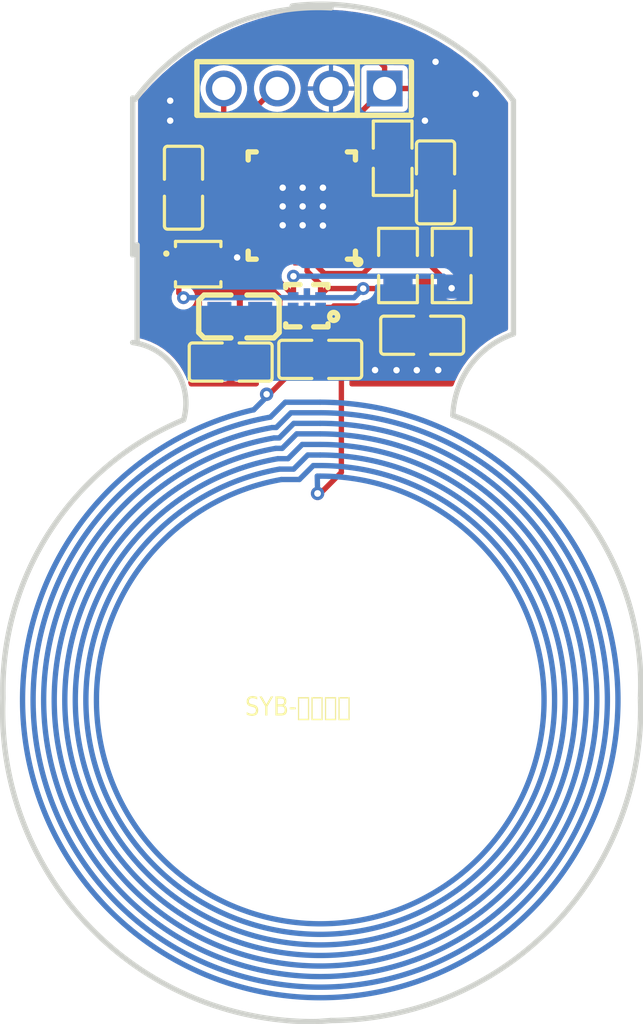
<source format=kicad_pcb>
(kicad_pcb (version 20241229) (generator "pcbnew") (generator_version "9.0")
  (layers (0 "F.Cu" signal "Top Layer") (2 "B.Cu" signal "Bottom Layer") (13 "F.Paste" user "Top Paste Mask Layer") (15 "B.Paste" user "Bottom Paste Mask Layer") (5 "F.SilkS" user "Top Silkscreen Layer") (7 "B.SilkS" user "Bottom Silkscreen Layer") (1 "F.Mask" user "Top Solder Mask Layer") (3 "B.Mask" user "Bottom Solder Mask Layer") (25 "Edge.Cuts" user "Multi-Layer"))
  (net 0 "")
  (net 1 "3V3")
  (net 2 "GND")
  (net 3 "$1N694")
  (net 4 "SWDIO")
  (net 5 "SWCLK")
  (net 6 "SDA")
  (net 7 "SCL")
  (net 8 "$1N2079")
  (net 9 "$1N2101")
  (net 10 "$1N2525")
  (footprint "ProPrj_FPC-NFC无源传感0.5_2025-11-22:UFQFPN-32_L5.0-W5.0-P0.50-BL-EP" (layer "F.Cu") (at 151.7985 87.8615 90)
    (property "Reference" "U5" (hide yes))
    (property "Value" "")
    (fp_line (start 2.54 -2.54) (end 2.54 -2.1595) (stroke (width 0.254)) (layer "F.SilkS"))
    (fp_line (start 2.1595 -2.54) (end 2.54 -2.54) (stroke (width 0.254)) (layer "F.SilkS"))
    (fp_line (start -2.54 -2.54) (end -2.1595 -2.54) (stroke (width 0.254)) (layer "F.SilkS"))
    (fp_line (start -2.54 -2.1595) (end -2.54 -2.54) (stroke (width 0.254)) (layer "F.SilkS"))
    (fp_line (start 2.54 2.159) (end 2.54 2.54) (stroke (width 0.254)) (layer "F.SilkS"))
    (fp_line (start 2.54 2.54) (end 2.1595 2.54) (stroke (width 0.254)) (layer "F.SilkS"))
    (fp_line (start -2.159 2.54) (end -2.54 2.54) (stroke (width 0.254)) (layer "F.SilkS"))
    (fp_line (start -2.54 2.54) (end -2.54 2.1595) (stroke (width 0.254)) (layer "F.SilkS"))
    (fp_circle (center -2.667 2.667) (end -2.54 2.667) (stroke (width 0.254)) (fill no) (layer "F.SilkS"))
    (pad "1" smd rect (at -1.75 2.54 180) (size 0.6 0.3) (layers "F.Cu" "F.Mask" "F.Paste") (net 1 "3V3"))
    (pad "2" smd rect (at -1.25 2.54 180) (size 0.6 0.3) (layers "F.Cu" "F.Mask" "F.Paste"))
    (pad "3" smd rect (at -0.75 2.54 180) (size 0.6 0.3) (layers "F.Cu" "F.Mask" "F.Paste"))
    (pad "4" smd rect (at -0.25 2.54 180) (size 0.6 0.3) (layers "F.Cu" "F.Mask" "F.Paste"))
    (pad "5" smd rect (at 0.25 2.54 180) (size 0.6 0.3) (layers "F.Cu" "F.Mask" "F.Paste") (net 1 "3V3"))
    (pad "6" smd rect (at 0.75 2.54 180) (size 0.6 0.3) (layers "F.Cu" "F.Mask" "F.Paste"))
    (pad "7" smd rect (at 1.25 2.54 180) (size 0.6 0.3) (layers "F.Cu" "F.Mask" "F.Paste"))
    (pad "8" smd rect (at 1.75 2.54 180) (size 0.6 0.3) (layers "F.Cu" "F.Mask" "F.Paste"))
    (pad "9" smd rect (at 2.54 1.75 270) (size 0.6 0.3) (layers "F.Cu" "F.Mask" "F.Paste"))
    (pad "10" smd rect (at 2.54 1.25 270) (size 0.6 0.3) (layers "F.Cu" "F.Mask" "F.Paste"))
    (pad "11" smd rect (at 2.54 0.75 270) (size 0.6 0.3) (layers "F.Cu" "F.Mask" "F.Paste"))
    (pad "12" smd rect (at 2.54 0.25 270) (size 0.6 0.3) (layers "F.Cu" "F.Mask" "F.Paste"))
    (pad "13" smd rect (at 2.54 -0.25 270) (size 0.6 0.3) (layers "F.Cu" "F.Mask" "F.Paste"))
    (pad "14" smd rect (at 2.54 -0.75 270) (size 0.6 0.3) (layers "F.Cu" "F.Mask" "F.Paste"))
    (pad "15" smd rect (at 2.54 -1.25 270) (size 0.6 0.3) (layers "F.Cu" "F.Mask" "F.Paste"))
    (pad "16" smd rect (at 2.54 -1.75 270) (size 0.6 0.3) (layers "F.Cu" "F.Mask" "F.Paste"))
    (pad "17" smd rect (at 1.75 -2.54) (size 0.6 0.3) (layers "F.Cu" "F.Mask" "F.Paste") (net 1 "3V3"))
    (pad "18" smd rect (at 1.25 -2.54) (size 0.6 0.3) (layers "F.Cu" "F.Mask" "F.Paste"))
    (pad "19" smd rect (at 0.75 -2.54) (size 0.6 0.3) (layers "F.Cu" "F.Mask" "F.Paste"))
    (pad "20" smd rect (at 0.25 -2.54) (size 0.6 0.3) (layers "F.Cu" "F.Mask" "F.Paste"))
    (pad "21" smd rect (at -0.25 -2.54) (size 0.6 0.3) (layers "F.Cu" "F.Mask" "F.Paste"))
    (pad "22" smd rect (at -0.75 -2.54) (size 0.6 0.3) (layers "F.Cu" "F.Mask" "F.Paste"))
    (pad "23" smd rect (at -1.25 -2.54) (size 0.6 0.3) (layers "F.Cu" "F.Mask" "F.Paste") (net 4 "SWDIO"))
    (pad "24" smd rect (at -1.75 -2.54) (size 0.6 0.3) (layers "F.Cu" "F.Mask" "F.Paste") (net 5 "SWCLK"))
    (pad "25" smd rect (at -2.54 -1.75 90) (size 0.6 0.3) (layers "F.Cu" "F.Mask" "F.Paste"))
    (pad "26" smd rect (at -2.54 -1.25 90) (size 0.6 0.3) (layers "F.Cu" "F.Mask" "F.Paste"))
    (pad "27" smd rect (at -2.54 -0.75 90) (size 0.6 0.3) (layers "F.Cu" "F.Mask" "F.Paste"))
    (pad "28" smd rect (at -2.54 -0.25 90) (size 0.6 0.3) (layers "F.Cu" "F.Mask" "F.Paste"))
    (pad "29" smd rect (at -2.54 0.25 90) (size 0.6 0.3) (layers "F.Cu" "F.Mask" "F.Paste") (net 7 "SCL"))
    (pad "30" smd rect (at -2.54 0.75 90) (size 0.6 0.3) (layers "F.Cu" "F.Mask" "F.Paste") (net 6 "SDA"))
    (pad "31" smd rect (at -2.54 1.25 90) (size 0.6 0.3) (layers "F.Cu" "F.Mask" "F.Paste") (net 10 "$1N2525"))
    (pad "32" smd rect (at -2.54 1.75 90) (size 0.6 0.3) (layers "F.Cu" "F.Mask" "F.Paste"))
    (pad "33" smd rect (at 0 0 90) (size 3.45 3.45) (layers "F.Cu" "F.Mask" "F.Paste") (net 2 "GND"))
  )
  (footprint "ProPrj_FPC-NFC无源传感0.5_2025-11-22:R0805" (layer "F.Cu") (at 156.355 90.701 90)
    (property "Reference" "R2" (hide yes))
    (property "Value" "")
    (fp_line (start 1.761 -0.917) (end 0.476 -0.917) (stroke (width 0.1525)) (layer "F.SilkS"))
    (fp_line (start -1.761 -0.917) (end -0.476 -0.917) (stroke (width 0.1525)) (layer "F.SilkS"))
    (fp_line (start 1.761 0.917) (end 1.761 -0.917) (stroke (width 0.1525)) (layer "F.SilkS"))
    (fp_line (start 0.476 0.917) (end 1.761 0.917) (stroke (width 0.1525)) (layer "F.SilkS"))
    (fp_line (start -0.476 0.917) (end -1.761 0.917) (stroke (width 0.1525)) (layer "F.SilkS"))
    (fp_line (start -1.761 0.917) (end -1.761 -0.917) (stroke (width 0.1525)) (layer "F.SilkS"))
    (pad "1" thru_hole rect (at -1 0 90) (size 1.1325 1.377) (layers "*.Cu" "*.Mask") (net 7 "SCL"))
    (pad "2" thru_hole rect (at 1 0 90) (size 1.1325 1.377) (layers "*.Cu" "*.Mask") (net 1 "3V3"))
  )
  (footprint "ProPrj_FPC-NFC无源传感0.5_2025-11-22:HDR-TH_4P-P2.54-V-M" (layer "F.Cu") (at 151.91 82.319 180)
    (property "Reference" "H2" (hide yes))
    (property "Value" "")
    (fp_line (start 5.08 1.27) (end -5.08 1.27) (stroke (width 0.254)) (layer "F.SilkS"))
    (fp_line (start 5.08 -1.27) (end 5.08 1.27) (stroke (width 0.254)) (layer "F.SilkS"))
    (fp_line (start -2.5165 -1.27) (end 5.08 -1.27) (stroke (width 0.254)) (layer "F.SilkS"))
    (fp_line (start -2.5165 -1.27) (end -2.5165 1.27) (stroke (width 0.254)) (layer "F.SilkS"))
    (fp_line (start -5.08 1.27) (end -5.08 -1.27) (stroke (width 0.254)) (layer "F.SilkS"))
    (fp_line (start -5.08 -1.27) (end -2.5165 -1.27) (stroke (width 0.254)) (layer "F.SilkS"))
    (pad "1" thru_hole rect (at -3.81 0 180) (size 1.7 1.7) (drill 1.1) (layers "*.Cu" "*.Mask") (net 1 "3V3"))
    (pad "2" thru_hole circle (at -1.27 0 180) (size 1.7 1.7) (drill 1.1) (layers "*.Cu" "*.Mask") (net 2 "GND"))
    (pad "3" thru_hole circle (at 1.27 0 180) (size 1.7 1.7) (drill 1.1) (layers "*.Cu" "*.Mask") (net 4 "SWDIO"))
    (pad "4" thru_hole circle (at 3.81 0 180) (size 1.7 1.7) (drill 1.1) (layers "*.Cu" "*.Mask") (net 5 "SWCLK"))
  )
  (footprint "ProPrj_FPC-NFC无源传感0.5_2025-11-22:C0805" (layer "F.Cu") (at 157.498 94.003)
    (property "Reference" "C7" (hide yes))
    (property "Value" "")
    (fp_line (start -1.9635 0.751) (end -1.9635 -0.751) (stroke (width 0.1525)) (layer "F.SilkS"))
    (fp_line (start -1.811 -0.9035) (end -0.401 -0.9035) (stroke (width 0.1525)) (layer "F.SilkS"))
    (fp_line (start -0.401 0.9035) (end -1.811 0.9035) (stroke (width 0.1525)) (layer "F.SilkS"))
    (fp_line (start 0.401 0.9035) (end 1.811 0.9035) (stroke (width 0.1525)) (layer "F.SilkS"))
    (fp_line (start 1.811 -0.9035) (end 0.401 -0.9035) (stroke (width 0.1525)) (layer "F.SilkS"))
    (fp_line (start 1.9635 0.751) (end 1.9635 -0.751) (stroke (width 0.1525)) (layer "F.SilkS"))
    (fp_arc (start -1.9635 -0.751) (mid -1.918834 -0.858834) (end -1.811 -0.9035) (stroke (width 0.1525)) (layer "F.SilkS"))
    (fp_arc (start -1.811 0.9035) (mid -1.918834 0.858834) (end -1.9635 0.751) (stroke (width 0.1525)) (layer "F.SilkS"))
    (fp_arc (start 1.811 -0.9035) (mid 1.918834 -0.858834) (end 1.9635 -0.751) (stroke (width 0.1525)) (layer "F.SilkS"))
    (fp_arc (start 1.9635 0.751) (mid 1.918834 0.858834) (end 1.811 0.9035) (stroke (width 0.1525)) (layer "F.SilkS"))
    (pad "1" thru_hole rect (at -1 0) (size 1.41 1.35) (layers "*.Cu" "*.Mask") (net 2 "GND"))
    (pad "2" thru_hole rect (at 1 0) (size 1.41 1.35) (layers "*.Cu" "*.Mask") (net 1 "3V3"))
  )
  (footprint "ProPrj_FPC-NFC无源传感0.5_2025-11-22:DFN-6_L2.0-W2.0-P0.50-TL-EP" (layer "F.Cu") (at 146.891 90.6365)
    (property "Reference" "U4" (hide yes))
    (property "Value" "")
    (fp_line (start -1.076 -1.0765) (end 1.076 -1.0765) (stroke (width 0.1525)) (layer "F.SilkS"))
    (fp_line (start -1.076 -0.8305) (end -1.076 -1.0765) (stroke (width 0.1525)) (layer "F.SilkS"))
    (fp_line (start -1.076 0.8305) (end -1.076 1.076) (stroke (width 0.1525)) (layer "F.SilkS"))
    (fp_line (start -1.076 1.076) (end 1.076 1.076) (stroke (width 0.1525)) (layer "F.SilkS"))
    (fp_line (start 1.076 -1.0765) (end 1.076 -0.8305) (stroke (width 0.1525)) (layer "F.SilkS"))
    (fp_line (start 1.076 1.076) (end 1.076 0.8305) (stroke (width 0.1525)) (layer "F.SilkS"))
    (fp_circle (center -1.51 -0.5) (end -1.435 -0.5) (stroke (width 0.15)) (fill no) (layer "F.SilkS"))
    (pad "1" thru_hole rect (at -0.9175 -0.5 270) (size 0.28 0.585) (layers "*.Cu" "*.Mask") (net 1 "3V3"))
    (pad "2" thru_hole rect (at -0.9175 0 270) (size 0.28 0.585) (layers "*.Cu" "*.Mask"))
    (pad "3" thru_hole rect (at -0.9175 0.5 270) (size 0.28 0.585) (layers "*.Cu" "*.Mask") (net 7 "SCL"))
    (pad "4" thru_hole rect (at 0.9175 0.5 270) (size 0.28 0.585) (layers "*.Cu" "*.Mask") (net 6 "SDA"))
    (pad "5" thru_hole rect (at 0.9175 0 270) (size 0.28 0.585) (layers "*.Cu" "*.Mask"))
    (pad "6" thru_hole rect (at 0.9175 -0.5 270) (size 0.28 0.585) (layers "*.Cu" "*.Mask") (net 2 "GND"))
    (pad "7" thru_hole rect (at 0 0 270) (size 1.6 0.7) (layers "*.Cu" "*.Mask"))
  )
  (footprint "ProPrj_FPC-NFC无源传感0.5_2025-11-22:L0805" (layer "F.Cu") (at 148.862 93.114)
    (property "Reference" "L1" (hide yes))
    (property "Value" "")
    (fp_line (start -1.9455 -0.762) (end -1.9455 0.635) (stroke (width 0.254)) (layer "F.SilkS"))
    (fp_line (start -1.9455 0.635) (end -1.9455 0.762) (stroke (width 0.254)) (layer "F.SilkS"))
    (fp_line (start -1.9455 0.762) (end -1.6915 1.016) (stroke (width 0.254)) (layer "F.SilkS"))
    (fp_line (start -1.6915 -1.016) (end -1.9455 -0.762) (stroke (width 0.254)) (layer "F.SilkS"))
    (fp_line (start -1.6915 1.016) (end -0.4215 1.016) (stroke (width 0.254)) (layer "F.SilkS"))
    (fp_line (start -1.5645 -1.016) (end -1.6915 -1.016) (stroke (width 0.254)) (layer "F.SilkS"))
    (fp_line (start -0.4215 -1.016) (end -1.5645 -1.016) (stroke (width 0.254)) (layer "F.SilkS"))
    (fp_line (start 0.3405 1.016) (end 1.4835 1.016) (stroke (width 0.254)) (layer "F.SilkS"))
    (fp_line (start 1.4835 1.016) (end 1.6105 1.016) (stroke (width 0.254)) (layer "F.SilkS"))
    (fp_line (start 1.6105 -1.016) (end 0.3405 -1.016) (stroke (width 0.254)) (layer "F.SilkS"))
    (fp_line (start 1.6105 1.016) (end 1.8645 0.762) (stroke (width 0.254)) (layer "F.SilkS"))
    (fp_line (start 1.8645 -0.762) (end 1.6105 -1.016) (stroke (width 0.254)) (layer "F.SilkS"))
    (fp_line (start 1.8645 -0.635) (end 1.8645 -0.762) (stroke (width 0.254)) (layer "F.SilkS"))
    (fp_line (start 1.8645 0.762) (end 1.8645 -0.635) (stroke (width 0.254)) (layer "F.SilkS"))
    (pad "1" thru_hole rect (at -0.966 0) (size 1.1325 1.377) (layers "*.Cu" "*.Mask") (net 1 "3V3"))
    (pad "2" thru_hole rect (at 0.966 0) (size 1.1325 1.377) (layers "*.Cu" "*.Mask") (net 3 "$1N694"))
  )
  (footprint "ProPrj_FPC-NFC无源传感0.5_2025-11-22:R0805" (layer "F.Cu") (at 156.101 85.621 90)
    (property "Reference" "R3" (hide yes))
    (property "Value" "")
    (fp_line (start 1.761 -0.917) (end 0.476 -0.917) (stroke (width 0.1525)) (layer "F.SilkS"))
    (fp_line (start -1.761 -0.917) (end -0.476 -0.917) (stroke (width 0.1525)) (layer "F.SilkS"))
    (fp_line (start 1.761 0.917) (end 1.761 -0.917) (stroke (width 0.1525)) (layer "F.SilkS"))
    (fp_line (start 0.476 0.917) (end 1.761 0.917) (stroke (width 0.1525)) (layer "F.SilkS"))
    (fp_line (start -0.476 0.917) (end -1.761 0.917) (stroke (width 0.1525)) (layer "F.SilkS"))
    (fp_line (start -1.761 0.917) (end -1.761 -0.917) (stroke (width 0.1525)) (layer "F.SilkS"))
    (pad "1" thru_hole rect (at -1 0 90) (size 1.1325 1.377) (layers "*.Cu" "*.Mask") (net 10 "$1N2525"))
    (pad "2" thru_hole rect (at 1 0 90) (size 1.1325 1.377) (layers "*.Cu" "*.Mask") (net 2 "GND"))
  )
  (footprint "ProPrj_FPC-NFC无源传感0.5_2025-11-22:C0805" (layer "F.Cu") (at 146.195 87.018 -90)
    (property "Reference" "C4" (hide yes))
    (property "Value" "")
    (fp_line (start -0.401 0.9035) (end -1.811 0.9035) (stroke (width 0.1525)) (layer "F.SilkS"))
    (fp_line (start 0.401 0.9035) (end 1.811 0.9035) (stroke (width 0.1525)) (layer "F.SilkS"))
    (fp_line (start -1.9635 0.751) (end -1.9635 -0.751) (stroke (width 0.1525)) (layer "F.SilkS"))
    (fp_line (start 1.9635 0.751) (end 1.9635 -0.751) (stroke (width 0.1525)) (layer "F.SilkS"))
    (fp_line (start -1.811 -0.9035) (end -0.401 -0.9035) (stroke (width 0.1525)) (layer "F.SilkS"))
    (fp_line (start 1.811 -0.9035) (end 0.401 -0.9035) (stroke (width 0.1525)) (layer "F.SilkS"))
    (fp_arc (start -1.811 0.9035) (mid -1.918834 0.858834) (end -1.9635 0.751) (stroke (width 0.1525)) (layer "F.SilkS"))
    (fp_arc (start 1.9635 0.751) (mid 1.918834 0.858834) (end 1.811 0.9035) (stroke (width 0.1525)) (layer "F.SilkS"))
    (fp_arc (start -1.9635 -0.751) (mid -1.918834 -0.858834) (end -1.811 -0.9035) (stroke (width 0.1525)) (layer "F.SilkS"))
    (fp_arc (start 1.811 -0.9035) (mid 1.918834 -0.858834) (end 1.9635 -0.751) (stroke (width 0.1525)) (layer "F.SilkS"))
    (pad "1" thru_hole rect (at -1 0 270) (size 1.41 1.35) (layers "*.Cu" "*.Mask") (net 2 "GND"))
    (pad "2" thru_hole rect (at 1 0 270) (size 1.41 1.35) (layers "*.Cu" "*.Mask") (net 1 "3V3"))
  )
  (footprint "ProPrj_FPC-NFC无源传感0.5_2025-11-22:R0805" (layer "F.Cu") (at 158.895 90.701 90)
    (property "Reference" "R1" (hide yes))
    (property "Value" "")
    (fp_line (start 1.761 -0.917) (end 0.476 -0.917) (stroke (width 0.1525)) (layer "F.SilkS"))
    (fp_line (start -1.761 -0.917) (end -0.476 -0.917) (stroke (width 0.1525)) (layer "F.SilkS"))
    (fp_line (start 1.761 0.917) (end 1.761 -0.917) (stroke (width 0.1525)) (layer "F.SilkS"))
    (fp_line (start 0.476 0.917) (end 1.761 0.917) (stroke (width 0.1525)) (layer "F.SilkS"))
    (fp_line (start -0.476 0.917) (end -1.761 0.917) (stroke (width 0.1525)) (layer "F.SilkS"))
    (fp_line (start -1.761 0.917) (end -1.761 -0.917) (stroke (width 0.1525)) (layer "F.SilkS"))
    (pad "1" thru_hole rect (at -1 0 90) (size 1.1325 1.377) (layers "*.Cu" "*.Mask") (net 6 "SDA"))
    (pad "2" thru_hole rect (at 1 0 90) (size 1.1325 1.377) (layers "*.Cu" "*.Mask") (net 1 "3V3"))
  )
  (footprint "ProPrj_FPC-NFC无源传感0.5_2025-11-22:XQFN-8_L1.6-W1.6-P0.50-BL" (layer "F.Cu") (at 152.037 92.606 90)
    (property "Reference" "U1" (hide yes))
    (property "Value" "")
    (fp_line (start 1 -1) (end 1 -0.325) (stroke (width 0.254)) (layer "F.SilkS"))
    (fp_line (start 0.858 -1) (end 1 -1) (stroke (width 0.254)) (layer "F.SilkS"))
    (fp_line (start -1 -1) (end -0.858 -1) (stroke (width 0.254)) (layer "F.SilkS"))
    (fp_line (start -1 -0.325) (end -1 -1) (stroke (width 0.254)) (layer "F.SilkS"))
    (fp_line (start 1 0.325) (end 1 1) (stroke (width 0.254)) (layer "F.SilkS"))
    (fp_line (start 1 1) (end 0.858 1) (stroke (width 0.254)) (layer "F.SilkS"))
    (fp_line (start -0.858 1) (end -1 1) (stroke (width 0.254)) (layer "F.SilkS"))
    (fp_line (start -1 1) (end -1 0.325) (stroke (width 0.254)) (layer "F.SilkS"))
    (fp_circle (center -0.5075 1.27) (end -0.444 1.27) (stroke (width 0.254)) (fill no) (layer "F.SilkS"))
    (pad "1" thru_hole rect (at -0.5 0.65 180) (size 0.5 0.28) (layers "*.Cu" "*.Mask") (net 8 "$1N2079"))
    (pad "2" thru_hole rect (at 0 0.65 180) (size 0.5 0.28) (layers "*.Cu" "*.Mask") (net 2 "GND"))
    (pad "3" thru_hole rect (at 0.5 0.65 180) (size 0.5 0.28) (layers "*.Cu" "*.Mask") (net 7 "SCL"))
    (pad "4" thru_hole rect (at 0.6 0 270) (size 0.45 0.3) (layers "*.Cu" "*.Mask"))
    (pad "5" thru_hole rect (at 0.5 -0.65 180) (size 0.5 0.28) (layers "*.Cu" "*.Mask") (net 6 "SDA"))
    (pad "6" thru_hole rect (at 0 -0.65 180) (size 0.5 0.28) (layers "*.Cu" "*.Mask") (net 3 "$1N694"))
    (pad "7" thru_hole rect (at -0.5 -0.65 180) (size 0.5 0.28) (layers "*.Cu" "*.Mask") (net 3 "$1N694"))
    (pad "8" thru_hole rect (at -0.6 0 270) (size 0.45 0.3) (layers "*.Cu" "*.Mask") (net 9 "$1N2101"))
    (pad "9" thru_hole rect (at 0 0 270) (size 0.3 0.3) (layers "*.Cu" "*.Mask"))
  )
  (footprint "ProPrj_FPC-NFC无源传感0.5_2025-11-22:C0805" (layer "F.Cu") (at 158.133 86.764 -90)
    (property "Reference" "C1" (hide yes))
    (property "Value" "")
    (fp_line (start -0.401 0.9035) (end -1.811 0.9035) (stroke (width 0.1525)) (layer "F.SilkS"))
    (fp_line (start 0.401 0.9035) (end 1.811 0.9035) (stroke (width 0.1525)) (layer "F.SilkS"))
    (fp_line (start -1.9635 0.751) (end -1.9635 -0.751) (stroke (width 0.1525)) (layer "F.SilkS"))
    (fp_line (start 1.9635 0.751) (end 1.9635 -0.751) (stroke (width 0.1525)) (layer "F.SilkS"))
    (fp_line (start -1.811 -0.9035) (end -0.401 -0.9035) (stroke (width 0.1525)) (layer "F.SilkS"))
    (fp_line (start 1.811 -0.9035) (end 0.401 -0.9035) (stroke (width 0.1525)) (layer "F.SilkS"))
    (fp_arc (start -1.811 0.9035) (mid -1.918834 0.858834) (end -1.9635 0.751) (stroke (width 0.1525)) (layer "F.SilkS"))
    (fp_arc (start 1.9635 0.751) (mid 1.918834 0.858834) (end 1.811 0.9035) (stroke (width 0.1525)) (layer "F.SilkS"))
    (fp_arc (start -1.9635 -0.751) (mid -1.918834 -0.858834) (end -1.811 -0.9035) (stroke (width 0.1525)) (layer "F.SilkS"))
    (fp_arc (start 1.811 -0.9035) (mid 1.918834 -0.858834) (end 1.9635 -0.751) (stroke (width 0.1525)) (layer "F.SilkS"))
    (pad "1" thru_hole rect (at -1 0 270) (size 1.41 1.35) (layers "*.Cu" "*.Mask") (net 2 "GND"))
    (pad "2" thru_hole rect (at 1 0 270) (size 1.41 1.35) (layers "*.Cu" "*.Mask") (net 1 "3V3"))
  )
  (footprint "ProPrj_FPC-NFC无源传感0.5_2025-11-22:C0805" (layer "F.Cu") (at 152.672 95.146)
    (property "Reference" "C6" (hide yes))
    (property "Value" "")
    (fp_line (start -1.9635 0.751) (end -1.9635 -0.751) (stroke (width 0.1525)) (layer "F.SilkS"))
    (fp_line (start -1.811 -0.9035) (end -0.401 -0.9035) (stroke (width 0.1525)) (layer "F.SilkS"))
    (fp_line (start -0.401 0.9035) (end -1.811 0.9035) (stroke (width 0.1525)) (layer "F.SilkS"))
    (fp_line (start 0.401 0.9035) (end 1.811 0.9035) (stroke (width 0.1525)) (layer "F.SilkS"))
    (fp_line (start 1.811 -0.9035) (end 0.401 -0.9035) (stroke (width 0.1525)) (layer "F.SilkS"))
    (fp_line (start 1.9635 0.751) (end 1.9635 -0.751) (stroke (width 0.1525)) (layer "F.SilkS"))
    (fp_arc (start -1.9635 -0.751) (mid -1.918834 -0.858834) (end -1.811 -0.9035) (stroke (width 0.1525)) (layer "F.SilkS"))
    (fp_arc (start -1.811 0.9035) (mid -1.918834 0.858834) (end -1.9635 0.751) (stroke (width 0.1525)) (layer "F.SilkS"))
    (fp_arc (start 1.811 -0.9035) (mid 1.918834 -0.858834) (end 1.9635 -0.751) (stroke (width 0.1525)) (layer "F.SilkS"))
    (fp_arc (start 1.9635 0.751) (mid 1.918834 0.858834) (end 1.811 0.9035) (stroke (width 0.1525)) (layer "F.SilkS"))
    (pad "1" thru_hole rect (at -1 0) (size 1.41 1.35) (layers "*.Cu" "*.Mask") (net 9 "$1N2101"))
    (pad "2" thru_hole rect (at 1 0) (size 1.41 1.35) (layers "*.Cu" "*.Mask") (net 8 "$1N2079"))
  )
  (footprint "ProPrj_FPC-NFC无源传感0.5_2025-11-22:C0805" (layer "F.Cu") (at 148.43 95.273)
    (property "Reference" "C2" (hide yes))
    (property "Value" "")
    (fp_line (start -1.9635 0.751) (end -1.9635 -0.751) (stroke (width 0.1525)) (layer "F.SilkS"))
    (fp_line (start -1.811 -0.9035) (end -0.401 -0.9035) (stroke (width 0.1525)) (layer "F.SilkS"))
    (fp_line (start -0.401 0.9035) (end -1.811 0.9035) (stroke (width 0.1525)) (layer "F.SilkS"))
    (fp_line (start 0.401 0.9035) (end 1.811 0.9035) (stroke (width 0.1525)) (layer "F.SilkS"))
    (fp_line (start 1.811 -0.9035) (end 0.401 -0.9035) (stroke (width 0.1525)) (layer "F.SilkS"))
    (fp_line (start 1.9635 0.751) (end 1.9635 -0.751) (stroke (width 0.1525)) (layer "F.SilkS"))
    (fp_arc (start -1.9635 -0.751) (mid -1.918834 -0.858834) (end -1.811 -0.9035) (stroke (width 0.1525)) (layer "F.SilkS"))
    (fp_arc (start -1.811 0.9035) (mid -1.918834 0.858834) (end -1.9635 0.751) (stroke (width 0.1525)) (layer "F.SilkS"))
    (fp_arc (start 1.811 -0.9035) (mid 1.918834 -0.858834) (end 1.9635 -0.751) (stroke (width 0.1525)) (layer "F.SilkS"))
    (fp_arc (start 1.9635 0.751) (mid 1.918834 0.858834) (end 1.811 0.9035) (stroke (width 0.1525)) (layer "F.SilkS"))
    (pad "1" thru_hole rect (at -1 0) (size 1.41 1.35) (layers "*.Cu" "*.Mask") (net 2 "GND"))
    (pad "2" thru_hole rect (at 1 0) (size 1.41 1.35) (layers "*.Cu" "*.Mask") (net 3 "$1N694"))
  )
  (footprint "ProPrj_FPC-NFC无源传感0.5_2025-11-22:NFC天线" (layer "B.Cu") (at 152.672 111.275 90)
    (property "Reference" "A1" (hide yes))
    (property "Value" "")
    (fp_line (start 13.7385 -3.172) (end 13.7385 -3.1525) (stroke (width 0.254)) (layer "B.Cu"))
    (fp_line (start 13.7385 -3.1525) (end 14.351 -2.54) (stroke (width 0.254)) (layer "B.Cu"))
    (fp_line (start 13.3935 -2.362) (end 14.0995 -1.656) (stroke (width 0.254)) (layer "B.Cu"))
    (fp_line (start 12.9005 -2.276) (end 12.9005 -2.0855) (stroke (width 0.254)) (layer "B.Cu"))
    (fp_line (start 12.408 -2.187) (end 12.408 -1.943) (stroke (width 0.254)) (layer "B.Cu"))
    (fp_line (start 11.915 -2.1005) (end 11.915 -1.801) (stroke (width 0.254)) (layer "B.Cu"))
    (fp_line (start 12.9005 -2.0855) (end 13.599 -1.387) (stroke (width 0.254)) (layer "B.Cu"))
    (fp_line (start 11.425 -2.014) (end 11.425 -1.529) (stroke (width 0.254)) (layer "B.Cu"))
    (fp_line (start 12.408 -1.943) (end 13.099 -1.252) (stroke (width 0.254)) (layer "B.Cu"))
    (fp_line (start 10.932 -1.928) (end 10.932 -1.26) (stroke (width 0.254)) (layer "B.Cu"))
    (fp_line (start 10.4395 -1.8415) (end 10.4395 -0.9905) (stroke (width 0.254)) (layer "B.Cu"))
    (fp_line (start 11.915 -1.801) (end 12.601 -1.115) (stroke (width 0.254)) (layer "B.Cu"))
    (fp_line (start 14.0995 -1.656) (end 14.0995 0) (stroke (width 0.254)) (layer "B.Cu"))
    (fp_line (start 11.425 -1.529) (end 12.1005 -0.8535) (stroke (width 0.254)) (layer "B.Cu"))
    (fp_line (start 13.599 -1.387) (end 13.599 0) (stroke (width 0.254)) (layer "B.Cu"))
    (fp_line (start 10.932 -1.26) (end 11.6 -0.592) (stroke (width 0.254)) (layer "B.Cu"))
    (fp_line (start 13.099 -1.252) (end 13.099 0) (stroke (width 0.254)) (layer "B.Cu"))
    (fp_line (start 12.601 -1.115) (end 12.601 0) (stroke (width 0.254)) (layer "B.Cu"))
    (fp_line (start 10.4395 -0.9905) (end 11.1 -0.33) (stroke (width 0.254)) (layer "B.Cu"))
    (fp_line (start 12.1005 -0.8535) (end 12.1005 0) (stroke (width 0.254)) (layer "B.Cu"))
    (fp_line (start 11.6 -0.592) (end 11.6 0) (stroke (width 0.254)) (layer "B.Cu"))
    (fp_line (start 11.1 -0.33) (end 11.1 0) (stroke (width 0.254)) (layer "B.Cu"))
    (fp_line (start 10.5995 -0.142) (end 9.906 -0.127) (stroke (width 0.254)) (layer "B.Cu"))
    (fp_line (start 10.5995 0) (end 10.5995 -0.142) (stroke (width 0.254)) (layer "B.Cu"))
    (fp_arc (start 14.1 0) (mid -14.009351 1.596271) (end 13.7385 -3.172) (stroke (width 0.254)) (layer "B.Cu"))
    (fp_arc (start 13.6 0) (mid -13.548254 1.185252) (end 13.3935 -2.3615) (stroke (width 0.254)) (layer "B.Cu"))
    (fp_arc (start 13.1 0) (mid -13.050142 1.141841) (end 12.901 -2.275) (stroke (width 0.254)) (layer "B.Cu"))
    (fp_arc (start 12.6 0) (mid -12.552051 1.098185) (end 12.4085 -2.188) (stroke (width 0.254)) (layer "B.Cu"))
    (fp_arc (start 12.1 0) (mid -12.053961 1.054529) (end 11.916 -2.101) (stroke (width 0.254)) (layer "B.Cu"))
    (fp_arc (start 11.6 0) (mid -11.555852 1.011076) (end 11.424 -2.0145) (stroke (width 0.254)) (layer "B.Cu"))
    (fp_arc (start 11.1 0) (mid -11.057762 0.96742) (end 10.9315 -1.9275) (stroke (width 0.254)) (layer "B.Cu"))
    (fp_arc (start 10.6 0) (mid -10.559671 0.923764) (end 10.439 -1.8405) (stroke (width 0.254)) (layer "B.Cu"))
    (pad "1" thru_hole circle (at 9.779 -0.127 90) (size 0.635 0.635) (drill 0.3175) (layers "*.Cu" "*.Mask") (net 8 "$1N2079"))
    (pad "2" thru_hole circle (at 14.478 -2.54 90) (size 0.635 0.635) (drill 0.305) (layers "*.Cu" "*.Mask") (net 9 "$1N2101"))
  )
  (gr_arc (start 152.537521 126.505499) (mid 141.786875 122.057554) (end 137.6445 111.1855) (stroke (width 0.254)) (layer "Edge.Cuts"))
  (gr_arc (start 143.788 94.349) (mid 145.830159 95.626391) (end 146.201 98.0065) (stroke (width 0.254)) (layer "Edge.Cuts"))
  (gr_arc (start 158.953 97.799) (mid 159.788432 95.425101) (end 161.822 93.942495) (stroke (width 0.254)) (layer "Edge.Cuts"))
  (gr_line (start 161.822 82.893493) (end 161.822 93.942495) (stroke (width 0.254)) (layer "Edge.Cuts"))
  (gr_arc (start 151.3435 78.411) (mid 157.184981 79.244534) (end 161.822 82.893493) (stroke (width 0.254)) (layer "Edge.Cuts"))
  (gr_arc (start 143.904828 82.830807) (mid 148 79.5) (end 153.183628 78.502647) (stroke (width 0.254)) (layer "Edge.Cuts"))
  (gr_arc (start 167.836 111.1855) (mid 163.743425 121.921246) (end 153.186075 126.454494) (stroke (width 0.254)) (layer "Edge.Cuts"))
  (gr_arc (start 158.953 97.799) (mid 165.582122 103.040588) (end 167.836 111.1855) (stroke (width 0.254)) (layer "Edge.Cuts"))
  (gr_line (start 144 89.725499) (end 144 94.274501) (stroke (width 0.254)) (layer "Edge.Cuts"))
  (gr_arc (start 137.6445 111.1855) (mid 139.880294 103.269872) (end 146.201 98.0065) (stroke (width 0.254)) (layer "Edge.Cuts"))
  (gr_line (start 153.186075 126.454494) (end 152.537521 126.505499) (stroke (width 0.254)) (layer "Edge.Cuts"))
  (gr_line (start 143.788 90.19987) (end 143.788 82.7665) (stroke (width 0.254)) (layer "Edge.Cuts"))
  (gr_text "SYB-柔性传感" (at 149.116 112.164 0) (layer "F.SilkS") (effects (font (size 0.889 0.762) (thickness 0.203)) (justify left bottom)))
  (segment (start 155.72 82.319) (end 157.498 82.319) (width 0.254) (layer "F.Cu") (net 1))
  (segment (start 146.195 88.018) (end 145.9735 88.2395) (width 0.254) (layer "F.Cu") (net 1))
  (segment (start 156.101 87.907) (end 155.806 87.612) (width 0.254) (layer "F.Cu") (net 1))
  (segment (start 159.403 89.193) (end 158.895 89.701) (width 0.254) (layer "F.Cu") (net 1))
  (segment (start 150.386 83.97) (end 154.069 83.97) (width 0.254) (layer "F.Cu") (net 1))
  (segment (start 145.306 93.114) (end 145.4855 93.2935) (width 0.254) (layer "F.Cu") (net 1))
  (segment (start 145.9735 88.2395) (end 145.9735 90.1365) (width 0.254) (layer "F.Cu") (net 1))
  (segment (start 157.498 82.319) (end 159.403 84.224) (width 0.254) (layer "F.Cu") (net 1))
  (segment (start 149.2585 85.0975) (end 150.386 83.97) (width 0.254) (layer "F.Cu") (net 1))
  (segment (start 146.195 88.018) (end 146.973 88.018) (width 0.254) (layer "F.Cu") (net 1))
  (segment (start 147.465 84.605) (end 146.83 83.97) (width 0.254) (layer "F.Cu") (net 1))
  (segment (start 146.973 88.018) (end 147.465 87.526) (width 0.254) (layer "F.Cu") (net 1))
  (segment (start 147.716 93.2935) (end 147.896 93.114) (width 0.254) (layer "F.Cu") (net 1))
  (segment (start 155.72 81.303) (end 155.72 82.319) (width 0.254) (layer "F.Cu") (net 1))
  (segment (start 156.101 89.447) (end 156.101 87.907) (width 0.254) (layer "F.Cu") (net 1))
  (segment (start 159.387 94.003) (end 160.292 93.098) (width 0.254) (layer "F.Cu") (net 1))
  (segment (start 146.83 81.2255) (end 147.1335 80.922) (width 0.254) (layer "F.Cu") (net 1))
  (segment (start 158.752 94.003) (end 159.387 94.003) (width 0.254) (layer "F.Cu") (net 1))
  (segment (start 145.9735 90.1365) (end 145.6165 90.1365) (width 0.254) (layer "F.Cu") (net 1))
  (segment (start 160.292 91.098) (end 158.895 89.701) (width 0.254) (layer "F.Cu") (net 1))
  (segment (start 156.355 89.701) (end 158.895 89.701) (width 0.254) (layer "F.Cu") (net 1))
  (segment (start 154.4655 89.6115) (end 156.2655 89.6115) (width 0.254) (layer "F.Cu") (net 1))
  (segment (start 145.4855 93.2935) (end 147.716 93.2935) (width 0.254) (layer "F.Cu") (net 1))
  (segment (start 155.806 87.612) (end 154.4655 87.612) (width 0.254) (layer "F.Cu") (net 1))
  (segment (start 145.306 90.447) (end 145.306 93.114) (width 0.254) (layer "F.Cu") (net 1))
  (segment (start 147.465 87.526) (end 147.465 84.605) (width 0.254) (layer "F.Cu") (net 1))
  (segment (start 158.895 88.526) (end 158.895 89.701) (width 0.254) (layer "F.Cu") (net 1))
  (segment (start 146.83 83.97) (end 146.83 81.2255) (width 0.254) (layer "F.Cu") (net 1))
  (segment (start 149.2585 86.1115) (end 149.2585 85.0975) (width 0.254) (layer "F.Cu") (net 1))
  (segment (start 145.6165 90.1365) (end 145.306 90.447) (width 0.254) (layer "F.Cu") (net 1))
  (segment (start 159.403 84.224) (end 159.403 89.193) (width 0.254) (layer "F.Cu") (net 1))
  (segment (start 156.2655 89.6115) (end 156.101 89.447) (width 0.254) (layer "F.Cu") (net 1))
  (segment (start 158.133 87.764) (end 158.895 88.526) (width 0.254) (layer "F.Cu") (net 1))
  (segment (start 160.292 93.098) (end 160.292 91.098) (width 0.254) (layer "F.Cu") (net 1))
  (segment (start 158.498 94.257) (end 158.752 94.003) (width 0.254) (layer "F.Cu") (net 1))
  (segment (start 155.339 80.922) (end 155.72 81.303) (width 0.254) (layer "F.Cu") (net 1))
  (segment (start 147.1335 80.922) (end 155.339 80.922) (width 0.254) (layer "F.Cu") (net 1))
  (segment (start 154.069 83.97) (end 155.72 82.319) (width 0.254) (layer "F.Cu") (net 1))
  (segment (start 156.498 94.003) (end 155.182 92.687) (width 0.254) (layer "F.Cu") (net 2))
  (segment (start 152.768 92.687) (end 152.687 92.606) (width 0.254) (layer "F.Cu") (net 2))
  (segment (start 155.182 92.687) (end 152.768 92.687) (width 0.254) (layer "F.Cu") (net 2))
  (segment (start 148.5515 90.1365) (end 148.735 90.32) (width 0.254) (layer "F.Cu") (net 2))
  (segment (start 147.8085 90.1365) (end 148.5515 90.1365) (width 0.254) (layer "F.Cu") (net 2))
  (via (at 156.284 95.659) (size 0.61) (drill 0.305) (layers "F.Cu" "B.Cu") (net 2))
  (via (at 157.63 83.843) (size 0.61) (drill 0.305) (layers "F.Cu" "B.Cu") (net 2))
  (via (at 152.799 87.902) (size 0.61) (drill 0.305) (layers "F.Cu" "B.Cu") (net 2))
  (via (at 150.894 87.902) (size 0.61) (drill 0.305) (layers "F.Cu" "B.Cu") (net 2))
  (via (at 158.133 81.054) (size 0.61) (drill 0.305) (layers "F.Cu" "B.Cu") (net 2))
  (via (at 151.839 87.018) (size 0.61) (drill 0.305) (layers "F.Cu" "B.Cu") (net 2))
  (via (at 160.038 82.573) (size 0.61) (drill 0.305) (layers "F.Cu" "B.Cu") (net 2))
  (via (at 145.565 82.898) (size 0.61) (drill 0.305) (layers "F.Cu" "B.Cu") (net 2))
  (via (at 157.244 95.659) (size 0.61) (drill 0.305) (layers "F.Cu" "B.Cu") (net 2))
  (via (at 158.26 95.654) (size 0.61) (drill 0.305) (layers "F.Cu" "B.Cu") (net 2))
  (via (at 151.839 88.796) (size 0.61) (drill 0.305) (layers "F.Cu" "B.Cu") (net 2))
  (via (at 145.565 83.843) (size 0.61) (drill 0.305) (layers "F.Cu" "B.Cu") (net 2))
  (via (at 150.894 88.796) (size 0.61) (drill 0.305) (layers "F.Cu" "B.Cu") (net 2))
  (via (at 155.268 95.654) (size 0.61) (drill 0.305) (layers "F.Cu" "B.Cu") (net 2))
  (via (at 151.839 87.902) (size 0.61) (drill 0.305) (layers "F.Cu" "B.Cu") (net 2))
  (via (at 152.799 88.811) (size 0.61) (drill 0.305) (layers "F.Cu" "B.Cu") (net 2))
  (via (at 148.735 90.32) (size 0.61) (drill 0.305) (layers "F.Cu" "B.Cu") (net 2))
  (via (at 152.799 87.018) (size 0.61) (drill 0.305) (layers "F.Cu" "B.Cu") (net 2))
  (via (at 150.894 87.018) (size 0.61) (drill 0.305) (layers "F.Cu" "B.Cu") (net 2))
  (segment (start 149.828 93.114) (end 149.828 94.875) (width 0.254) (layer "F.Cu") (net 3))
  (segment (start 151.387 92.733) (end 151.387 93.233) (width 0.254) (layer "F.Cu") (net 3))
  (segment (start 149.828 94.875) (end 149.43 95.273) (width 0.254) (layer "F.Cu") (net 3))
  (segment (start 151.268 93.114) (end 149.828 93.114) (width 0.254) (layer "F.Cu") (net 3))
  (segment (start 151.387 93.233) (end 151.268 93.114) (width 0.254) (layer "F.Cu") (net 3))
  (segment (start 148.6795 88.8775) (end 148.6795 84.1525) (width 0.254) (layer "F.Cu") (net 4))
  (segment (start 149.2585 89.1115) (end 148.9135 89.1115) (width 0.254) (layer "F.Cu") (net 4))
  (segment (start 148.9135 89.1115) (end 148.6795 88.8775) (width 0.254) (layer "F.Cu") (net 4))
  (segment (start 148.6795 84.1525) (end 150.513 82.319) (width 0.254) (layer "F.Cu") (net 4))
  (segment (start 148.1 82.446) (end 147.973 82.319) (width 0.254) (layer "F.Cu") (net 5))
  (segment (start 148.4075 89.6115) (end 148.1 89.304) (width 0.254) (layer "F.Cu") (net 5))
  (segment (start 149.2585 89.6115) (end 148.4075 89.6115) (width 0.254) (layer "F.Cu") (net 5))
  (segment (start 148.1 89.304) (end 148.1 82.446) (width 0.254) (layer "F.Cu") (net 5))
  (segment (start 150.418 91.1365) (end 147.8085 91.1365) (width 0.254) (layer "F.Cu") (net 6))
  (segment (start 151.402 92.091) (end 151.402 91.209) (width 0.254) (layer "F.Cu") (net 6))
  (segment (start 151.387 92.106) (end 151.402 92.091) (width 0.254) (layer "F.Cu") (net 6))
  (segment (start 152.8695 91.082) (end 154.704 91.082) (width 0.254) (layer "F.Cu") (net 6))
  (segment (start 154.704 91.082) (end 155.085 90.701) (width 0.254) (layer "F.Cu") (net 6))
  (segment (start 151.387 92.106) (end 150.418 91.1365) (width 0.254) (layer "F.Cu") (net 6))
  (segment (start 152.5485 90.761) (end 152.8695 91.082) (width 0.254) (layer "F.Cu") (net 6))
  (segment (start 157.895 90.701) (end 158.895 91.701) (width 0.254) (layer "F.Cu") (net 6))
  (segment (start 152.5485 90.4015) (end 152.5485 90.761) (width 0.254) (layer "F.Cu") (net 6))
  (segment (start 155.085 90.701) (end 157.895 90.701) (width 0.254) (layer "F.Cu") (net 6))
  (via (at 158.895 91.7735) (size 0.61) (drill 0.305) (layers "F.Cu" "B.Cu") (net 6))
  (via (at 151.402 91.209) (size 0.61) (drill 0.305) (layers "F.Cu" "B.Cu") (net 6))
  (segment (start 158.895 91.7735) (end 158.895 91.59) (width 0.254) (layer "B.Cu") (net 6))
  (segment (start 158.895 91.59) (end 158.514 91.209) (width 0.254) (layer "B.Cu") (net 6))
  (segment (start 158.514 91.209) (end 151.402 91.209) (width 0.254) (layer "B.Cu") (net 6))
  (segment (start 145.9735 91.1365) (end 145.9735 92.0035) (width 0.254) (layer "F.Cu") (net 7))
  (segment (start 152.0485 90.4015) (end 152.0485 90.9665) (width 0.254) (layer "F.Cu") (net 7))
  (segment (start 145.9735 92.0035) (end 146.195 92.225) (width 0.254) (layer "F.Cu") (net 7))
  (segment (start 152.687 91.605) (end 152.687 92.106) (width 0.254) (layer "F.Cu") (net 7))
  (segment (start 154.704 91.793) (end 153 91.793) (width 0.254) (layer "F.Cu") (net 7))
  (segment (start 153 91.793) (end 152.687 92.106) (width 0.254) (layer "F.Cu") (net 7))
  (segment (start 154.704 91.793) (end 156.263 91.793) (width 0.254) (layer "F.Cu") (net 7))
  (segment (start 152.0485 90.9665) (end 152.687 91.605) (width 0.254) (layer "F.Cu") (net 7))
  (segment (start 156.263 91.793) (end 156.355 91.701) (width 0.254) (layer "F.Cu") (net 7))
  (via (at 146.195 92.225) (size 0.61) (drill 0.305) (layers "F.Cu" "B.Cu") (net 7))
  (via (at 154.704 91.793) (size 0.61) (drill 0.305) (layers "F.Cu" "B.Cu") (net 7))
  (segment (start 146.195 92.225) (end 154.272 92.225) (width 0.254) (layer "B.Cu") (net 7))
  (segment (start 154.272 92.225) (end 154.704 91.793) (width 0.254) (layer "B.Cu") (net 7))
  (segment (start 153.672 100.496) (end 153.672 95.146) (width 0.254) (layer "F.Cu") (net 8))
  (segment (start 153.672 94.091) (end 153.672 95.146) (width 0.254) (layer "F.Cu") (net 8))
  (segment (start 152.545 101.623) (end 153.672 100.496) (width 0.254) (layer "F.Cu") (net 8))
  (segment (start 152.687 93.106) (end 153.672 94.091) (width 0.254) (layer "F.Cu") (net 8))
  (segment (start 152.037 93.206) (end 152.037 94.781) (width 0.254) (layer "F.Cu") (net 9))
  (segment (start 150.132 96.924) (end 151.672 95.384) (width 0.254) (layer "F.Cu") (net 9))
  (segment (start 151.672 95.384) (end 151.672 95.146) (width 0.254) (layer "F.Cu") (net 9))
  (segment (start 152.037 94.781) (end 151.672 95.146) (width 0.254) (layer "F.Cu") (net 9))
  (segment (start 153.688 89.849) (end 153.739 89.7985) (width 0.127) (layer "F.Cu") (net 10))
  (segment (start 153.736 85.889) (end 153.914 85.711) (width 0.127) (layer "F.Cu") (net 10))
  (segment (start 153.739 86.0475) (end 153.736 86.0445) (width 0.127) (layer "F.Cu") (net 10))
  (segment (start 153.0485 90.4015) (end 153.053 90.397) (width 0.127) (layer "F.Cu") (net 10))
  (segment (start 153.914 85.697) (end 153.99 85.621) (width 0.127) (layer "F.Cu") (net 10))
  (segment (start 153.143 89.849) (end 153.688 89.849) (width 0.127) (layer "F.Cu") (net 10))
  (segment (start 153.914 85.711) (end 153.914 85.697) (width 0.127) (layer "F.Cu") (net 10))
  (segment (start 153.736 86.0445) (end 153.736 85.889) (width 0.127) (layer "F.Cu") (net 10))
  (segment (start 153.739 89.7985) (end 153.739 86.0475) (width 0.127) (layer "F.Cu") (net 10))
  (segment (start 156.101 85.875) (end 156.101 86.621) (width 0.127) (layer "F.Cu") (net 10))
  (segment (start 153.99 85.621) (end 155.847 85.621) (width 0.127) (layer "F.Cu") (net 10))
  (segment (start 155.847 85.621) (end 156.101 85.875) (width 0.127) (layer "F.Cu") (net 10))
  (segment (start 153.053 89.939) (end 153.143 89.849) (width 0.127) (layer "F.Cu") (net 10))
  (segment (start 153.053 90.397) (end 153.053 89.939) (width 0.127) (layer "F.Cu") (net 10))
  (zone (net 2) (net_name "GND") (layer "F.Cu") (priority 500) (connect_pads (clearance 0.1015)) (min_thickness 0.127) (fill yes (thermal_gap 0.5) (thermal_bridge_width 0.5))
    (polygon (pts (xy 143.782 78.128) (xy 162.637 78.128) (xy 162.637 96.4325) (xy 143.782 96.4325)))
  )
  (zone (net 2) (net_name "GND") (layer "B.Cu") (priority 500) (connect_pads (clearance 0.1015)) (min_thickness 0.127) (fill yes (thermal_gap 0.5) (thermal_bridge_width 0.5))
    (polygon (pts (xy 143.782 78.128) (xy 162.578 78.128) (xy 162.578 96.162) (xy 143.782 96.162)))
  )
)
</source>
